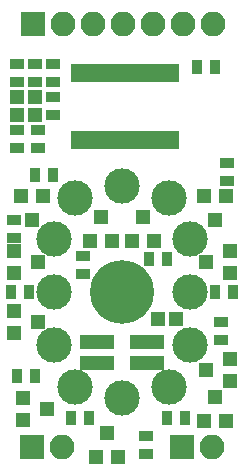
<source format=gts>
G04 #@! TF.GenerationSoftware,KiCad,Pcbnew,(5.0.0)*
G04 #@! TF.CreationDate,2018-09-15T21:58:09+09:00*
G04 #@! TF.ProjectId,Nixie_Module_IN-12,4E697869655F4D6F64756C655F494E2D,rev?*
G04 #@! TF.SameCoordinates,Original*
G04 #@! TF.FileFunction,Soldermask,Top*
G04 #@! TF.FilePolarity,Negative*
%FSLAX46Y46*%
G04 Gerber Fmt 4.6, Leading zero omitted, Abs format (unit mm)*
G04 Created by KiCad (PCBNEW (5.0.0)) date 09/15/18 21:58:09*
%MOMM*%
%LPD*%
G01*
G04 APERTURE LIST*
%ADD10R,1.300000X0.900000*%
%ADD11R,1.200000X1.300000*%
%ADD12R,2.900000X1.250000*%
%ADD13R,1.300000X1.200000*%
%ADD14C,3.000000*%
%ADD15C,5.400000*%
%ADD16R,2.100000X2.100000*%
%ADD17O,2.100000X2.100000*%
%ADD18R,0.800000X1.500000*%
%ADD19R,1.150000X1.200000*%
%ADD20R,1.200000X1.150000*%
%ADD21R,0.900000X1.300000*%
G04 APERTURE END LIST*
D10*
G04 #@! TO.C,R13*
X75946000Y-85332000D03*
X75946000Y-83832000D03*
G04 #@! TD*
D11*
G04 #@! TO.C,Q9*
X77028000Y-100822000D03*
X78928000Y-100822000D03*
X77978000Y-98822000D03*
G04 #@! TD*
D12*
G04 #@! TO.C,U1*
X81398000Y-92823000D03*
X81398000Y-91073000D03*
X77098000Y-92823000D03*
X77098000Y-91073000D03*
G04 #@! TD*
D11*
G04 #@! TO.C,Q11*
X76520000Y-82534000D03*
X78420000Y-82534000D03*
X77470000Y-80534000D03*
G04 #@! TD*
G04 #@! TO.C,Q2*
X86172000Y-97774000D03*
X88072000Y-97774000D03*
X87122000Y-95774000D03*
G04 #@! TD*
D13*
G04 #@! TO.C,Q3*
X70120000Y-83378000D03*
X70120000Y-85278000D03*
X72120000Y-84328000D03*
G04 #@! TD*
G04 #@! TO.C,Q4*
X88376000Y-94422000D03*
X88376000Y-92522000D03*
X86376000Y-93472000D03*
G04 #@! TD*
G04 #@! TO.C,Q5*
X70120000Y-88458000D03*
X70120000Y-90358000D03*
X72120000Y-89408000D03*
G04 #@! TD*
G04 #@! TO.C,Q6*
X88376000Y-85278000D03*
X88376000Y-83378000D03*
X86376000Y-84328000D03*
G04 #@! TD*
G04 #@! TO.C,Q7*
X70882000Y-95824000D03*
X70882000Y-97724000D03*
X72882000Y-96774000D03*
G04 #@! TD*
D11*
G04 #@! TO.C,Q8*
X88072000Y-78756000D03*
X86172000Y-78756000D03*
X87122000Y-80756000D03*
G04 #@! TD*
G04 #@! TO.C,Q1*
X72578000Y-78756000D03*
X70678000Y-78756000D03*
X71628000Y-80756000D03*
G04 #@! TD*
D14*
G04 #@! TO.C,U2*
X79248000Y-77868000D03*
X83248000Y-78868000D03*
X84998000Y-82368000D03*
X84998000Y-86868000D03*
X84998000Y-91368000D03*
X83248000Y-94868000D03*
X79248000Y-95868000D03*
X75248000Y-94868000D03*
X73498000Y-91368000D03*
X73498000Y-86868000D03*
X73498000Y-82368000D03*
D15*
X79248000Y-86868000D03*
D14*
X75248000Y-78868000D03*
G04 #@! TD*
D16*
G04 #@! TO.C,J4*
X71628000Y-100012500D03*
D17*
X74168000Y-100012500D03*
G04 #@! TD*
D16*
G04 #@! TO.C,J3*
X84328000Y-100012500D03*
D17*
X86868000Y-100012500D03*
G04 #@! TD*
D11*
G04 #@! TO.C,Q10*
X80076000Y-82534000D03*
X81976000Y-82534000D03*
X81026000Y-80534000D03*
G04 #@! TD*
D16*
G04 #@! TO.C,J1*
X71678800Y-64160400D03*
D17*
X74218800Y-64160400D03*
X76758800Y-64160400D03*
X79298800Y-64160400D03*
X81838800Y-64160400D03*
X84378800Y-64160400D03*
X86918800Y-64160400D03*
G04 #@! TD*
D18*
G04 #@! TO.C,U3*
X75277000Y-73970000D03*
X75927000Y-73970000D03*
X76577000Y-73970000D03*
X77227000Y-73970000D03*
X77877000Y-73970000D03*
X78527000Y-73970000D03*
X79177000Y-73970000D03*
X79827000Y-73970000D03*
X80477000Y-73970000D03*
X81127000Y-73970000D03*
X81777000Y-73970000D03*
X82427000Y-73970000D03*
X83077000Y-73970000D03*
X83727000Y-73970000D03*
X83727000Y-68270000D03*
X83077000Y-68270000D03*
X82427000Y-68270000D03*
X81777000Y-68270000D03*
X81127000Y-68270000D03*
X80477000Y-68270000D03*
X79827000Y-68270000D03*
X79177000Y-68270000D03*
X78527000Y-68270000D03*
X77877000Y-68270000D03*
X77227000Y-68270000D03*
X76577000Y-68270000D03*
X75927000Y-68270000D03*
X75277000Y-68270000D03*
G04 #@! TD*
D19*
G04 #@! TO.C,C1*
X70358000Y-70370000D03*
X70358000Y-71870000D03*
G04 #@! TD*
G04 #@! TO.C,C2*
X71882000Y-71870000D03*
X71882000Y-70370000D03*
G04 #@! TD*
D20*
G04 #@! TO.C,C3*
X82308000Y-89154000D03*
X83808000Y-89154000D03*
G04 #@! TD*
D10*
G04 #@! TO.C,R1*
X81280000Y-100572000D03*
X81280000Y-99072000D03*
G04 #@! TD*
D21*
G04 #@! TO.C,R2*
X87110000Y-67818000D03*
X85610000Y-67818000D03*
G04 #@! TD*
G04 #@! TO.C,R3*
X73394000Y-76962000D03*
X71894000Y-76962000D03*
G04 #@! TD*
G04 #@! TO.C,R4*
X83070000Y-97536000D03*
X84570000Y-97536000D03*
G04 #@! TD*
D10*
G04 #@! TO.C,R5*
X70104000Y-82284000D03*
X70104000Y-80784000D03*
G04 #@! TD*
G04 #@! TO.C,R6*
X87630000Y-90920000D03*
X87630000Y-89420000D03*
G04 #@! TD*
D21*
G04 #@! TO.C,R7*
X71362000Y-86868000D03*
X69862000Y-86868000D03*
G04 #@! TD*
G04 #@! TO.C,R8*
X87134000Y-86868000D03*
X88634000Y-86868000D03*
G04 #@! TD*
G04 #@! TO.C,R9*
X70370000Y-93980000D03*
X71870000Y-93980000D03*
G04 #@! TD*
D10*
G04 #@! TO.C,R10*
X88138000Y-77458000D03*
X88138000Y-75958000D03*
G04 #@! TD*
D21*
G04 #@! TO.C,R11*
X74942000Y-97536000D03*
X76442000Y-97536000D03*
G04 #@! TD*
G04 #@! TO.C,R12*
X83046000Y-84074000D03*
X81546000Y-84074000D03*
G04 #@! TD*
D10*
G04 #@! TO.C,R14*
X70358000Y-69064000D03*
X70358000Y-67564000D03*
G04 #@! TD*
G04 #@! TO.C,R15*
X73406000Y-71870000D03*
X73406000Y-70370000D03*
G04 #@! TD*
G04 #@! TO.C,R16*
X72136000Y-74664000D03*
X72136000Y-73164000D03*
G04 #@! TD*
G04 #@! TO.C,R17*
X70358000Y-73164000D03*
X70358000Y-74664000D03*
G04 #@! TD*
G04 #@! TO.C,R18*
X71882000Y-67564000D03*
X71882000Y-69064000D03*
G04 #@! TD*
G04 #@! TO.C,R19*
X73406000Y-69064000D03*
X73406000Y-67564000D03*
G04 #@! TD*
M02*

</source>
